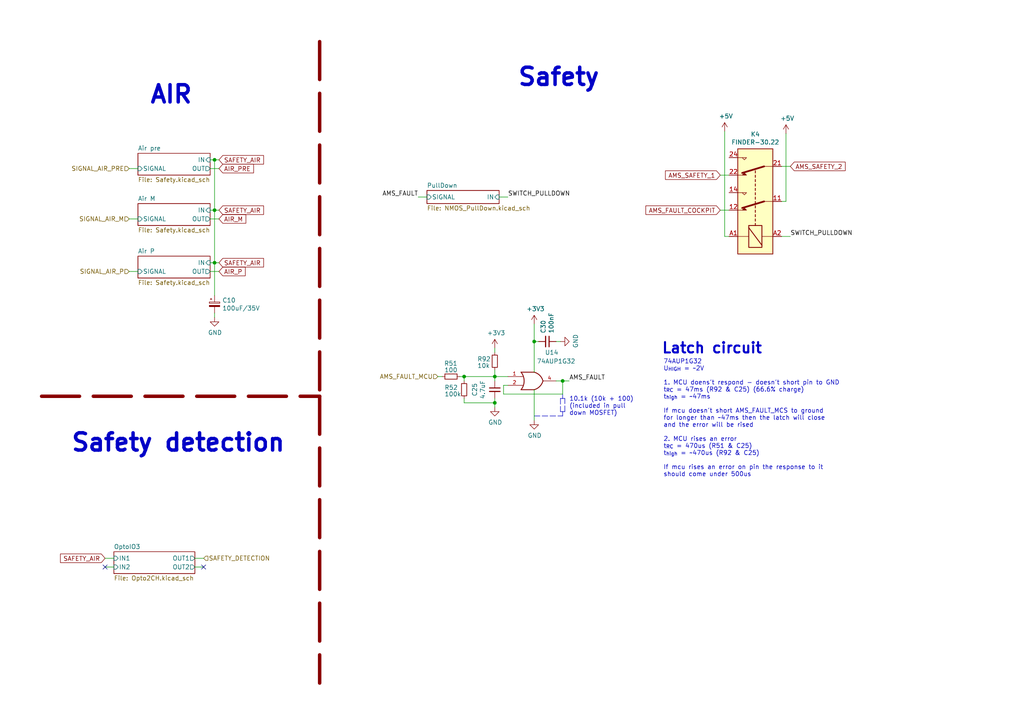
<source format=kicad_sch>
(kicad_sch (version 20211123) (generator eeschema)

  (uuid ac37d2f9-5b24-4dfa-8733-95dcd0025fee)

  (paper "A4")

  (lib_symbols
    (symbol "74xGxx:74AUP1G32" (pin_names (offset 1.016)) (in_bom yes) (on_board yes)
      (property "Reference" "U" (id 0) (at -2.54 3.81 0)
        (effects (font (size 1.27 1.27)))
      )
      (property "Value" "74AUP1G32" (id 1) (at 0 -3.81 0)
        (effects (font (size 1.27 1.27)))
      )
      (property "Footprint" "" (id 2) (at 0 0 0)
        (effects (font (size 1.27 1.27)) hide)
      )
      (property "Datasheet" "http://www.ti.com/lit/sg/scyt129e/scyt129e.pdf" (id 3) (at 0 0 0)
        (effects (font (size 1.27 1.27)) hide)
      )
      (property "ki_keywords" "Single Gate OR LVC CMOS" (id 4) (at 0 0 0)
        (effects (font (size 1.27 1.27)) hide)
      )
      (property "ki_description" "Single OR Gate, Low-Voltage CMOS" (id 5) (at 0 0 0)
        (effects (font (size 1.27 1.27)) hide)
      )
      (property "ki_fp_filters" "SOT* SG-*" (id 6) (at 0 0 0)
        (effects (font (size 1.27 1.27)) hide)
      )
      (symbol "74AUP1G32_0_1"
        (arc (start -3.81 -2.54) (mid -2.919 0) (end -3.81 2.54)
          (stroke (width 0.254) (type default) (color 0 0 0 0))
          (fill (type none))
        )
        (arc (start 0 -2.54) (mid 1.601 -1.601) (end 2.54 0)
          (stroke (width 0.254) (type default) (color 0 0 0 0))
          (fill (type none))
        )
        (polyline
          (pts
            (xy -3.81 -1.27)
            (xy -3.175 -1.27)
          )
          (stroke (width 0) (type default) (color 0 0 0 0))
          (fill (type none))
        )
        (polyline
          (pts
            (xy -3.81 1.27)
            (xy -3.175 1.27)
          )
          (stroke (width 0) (type default) (color 0 0 0 0))
          (fill (type none))
        )
        (polyline
          (pts
            (xy 0 -2.54)
            (xy -3.81 -2.54)
          )
          (stroke (width 0.254) (type default) (color 0 0 0 0))
          (fill (type background))
        )
        (polyline
          (pts
            (xy 0 2.54)
            (xy -3.81 2.54)
          )
          (stroke (width 0.254) (type default) (color 0 0 0 0))
          (fill (type background))
        )
        (arc (start 2.54 0) (mid 1.6136 1.6136) (end 0 2.54)
          (stroke (width 0.254) (type default) (color 0 0 0 0))
          (fill (type none))
        )
      )
      (symbol "74AUP1G32_1_1"
        (pin input line (at -7.62 1.27 0) (length 3.81)
          (name "~" (effects (font (size 1.016 1.016))))
          (number "1" (effects (font (size 1.016 1.016))))
        )
        (pin input line (at -7.62 -1.27 0) (length 3.81)
          (name "~" (effects (font (size 1.016 1.016))))
          (number "2" (effects (font (size 1.016 1.016))))
        )
        (pin power_in line (at 0 -2.54 270) (length 0) hide
          (name "GND" (effects (font (size 1.016 1.016))))
          (number "3" (effects (font (size 1.016 1.016))))
        )
        (pin output line (at 6.35 0 180) (length 3.81)
          (name "~" (effects (font (size 1.016 1.016))))
          (number "4" (effects (font (size 1.016 1.016))))
        )
        (pin power_in line (at 0 2.54 90) (length 0) hide
          (name "VCC" (effects (font (size 1.016 1.016))))
          (number "5" (effects (font (size 1.016 1.016))))
        )
      )
    )
    (symbol "Device:CP_Small" (pin_numbers hide) (pin_names (offset 0.254) hide) (in_bom yes) (on_board yes)
      (property "Reference" "C" (id 0) (at 0.254 1.778 0)
        (effects (font (size 1.27 1.27)) (justify left))
      )
      (property "Value" "Device_CP_Small" (id 1) (at 0.254 -2.032 0)
        (effects (font (size 1.27 1.27)) (justify left))
      )
      (property "Footprint" "" (id 2) (at 0 0 0)
        (effects (font (size 1.27 1.27)) hide)
      )
      (property "Datasheet" "" (id 3) (at 0 0 0)
        (effects (font (size 1.27 1.27)) hide)
      )
      (property "ki_fp_filters" "CP_*" (id 4) (at 0 0 0)
        (effects (font (size 1.27 1.27)) hide)
      )
      (symbol "CP_Small_0_1"
        (rectangle (start -1.524 -0.3048) (end 1.524 -0.6858)
          (stroke (width 0) (type default) (color 0 0 0 0))
          (fill (type outline))
        )
        (rectangle (start -1.524 0.6858) (end 1.524 0.3048)
          (stroke (width 0) (type default) (color 0 0 0 0))
          (fill (type none))
        )
        (polyline
          (pts
            (xy -1.27 1.524)
            (xy -0.762 1.524)
          )
          (stroke (width 0) (type default) (color 0 0 0 0))
          (fill (type none))
        )
        (polyline
          (pts
            (xy -1.016 1.27)
            (xy -1.016 1.778)
          )
          (stroke (width 0) (type default) (color 0 0 0 0))
          (fill (type none))
        )
      )
      (symbol "CP_Small_1_1"
        (pin passive line (at 0 2.54 270) (length 1.8542)
          (name "~" (effects (font (size 1.27 1.27))))
          (number "1" (effects (font (size 1.27 1.27))))
        )
        (pin passive line (at 0 -2.54 90) (length 1.8542)
          (name "~" (effects (font (size 1.27 1.27))))
          (number "2" (effects (font (size 1.27 1.27))))
        )
      )
    )
    (symbol "Device:C_Small" (pin_numbers hide) (pin_names (offset 0.254) hide) (in_bom yes) (on_board yes)
      (property "Reference" "C" (id 0) (at 0.254 1.778 0)
        (effects (font (size 1.27 1.27)) (justify left))
      )
      (property "Value" "C_Small" (id 1) (at 0.254 -2.032 0)
        (effects (font (size 1.27 1.27)) (justify left))
      )
      (property "Footprint" "" (id 2) (at 0 0 0)
        (effects (font (size 1.27 1.27)) hide)
      )
      (property "Datasheet" "~" (id 3) (at 0 0 0)
        (effects (font (size 1.27 1.27)) hide)
      )
      (property "ki_keywords" "capacitor cap" (id 4) (at 0 0 0)
        (effects (font (size 1.27 1.27)) hide)
      )
      (property "ki_description" "Unpolarized capacitor, small symbol" (id 5) (at 0 0 0)
        (effects (font (size 1.27 1.27)) hide)
      )
      (property "ki_fp_filters" "C_*" (id 6) (at 0 0 0)
        (effects (font (size 1.27 1.27)) hide)
      )
      (symbol "C_Small_0_1"
        (polyline
          (pts
            (xy -1.524 -0.508)
            (xy 1.524 -0.508)
          )
          (stroke (width 0.3302) (type default) (color 0 0 0 0))
          (fill (type none))
        )
        (polyline
          (pts
            (xy -1.524 0.508)
            (xy 1.524 0.508)
          )
          (stroke (width 0.3048) (type default) (color 0 0 0 0))
          (fill (type none))
        )
      )
      (symbol "C_Small_1_1"
        (pin passive line (at 0 2.54 270) (length 2.032)
          (name "~" (effects (font (size 1.27 1.27))))
          (number "1" (effects (font (size 1.27 1.27))))
        )
        (pin passive line (at 0 -2.54 90) (length 2.032)
          (name "~" (effects (font (size 1.27 1.27))))
          (number "2" (effects (font (size 1.27 1.27))))
        )
      )
    )
    (symbol "Device:R_Small" (pin_numbers hide) (pin_names (offset 0.254) hide) (in_bom yes) (on_board yes)
      (property "Reference" "R" (id 0) (at 0.762 0.508 0)
        (effects (font (size 1.27 1.27)) (justify left))
      )
      (property "Value" "R_Small" (id 1) (at 0.762 -1.016 0)
        (effects (font (size 1.27 1.27)) (justify left))
      )
      (property "Footprint" "" (id 2) (at 0 0 0)
        (effects (font (size 1.27 1.27)) hide)
      )
      (property "Datasheet" "~" (id 3) (at 0 0 0)
        (effects (font (size 1.27 1.27)) hide)
      )
      (property "ki_keywords" "R resistor" (id 4) (at 0 0 0)
        (effects (font (size 1.27 1.27)) hide)
      )
      (property "ki_description" "Resistor, small symbol" (id 5) (at 0 0 0)
        (effects (font (size 1.27 1.27)) hide)
      )
      (property "ki_fp_filters" "R_*" (id 6) (at 0 0 0)
        (effects (font (size 1.27 1.27)) hide)
      )
      (symbol "R_Small_0_1"
        (rectangle (start -0.762 1.778) (end 0.762 -1.778)
          (stroke (width 0.2032) (type default) (color 0 0 0 0))
          (fill (type none))
        )
      )
      (symbol "R_Small_1_1"
        (pin passive line (at 0 2.54 270) (length 0.762)
          (name "~" (effects (font (size 1.27 1.27))))
          (number "1" (effects (font (size 1.27 1.27))))
        )
        (pin passive line (at 0 -2.54 90) (length 0.762)
          (name "~" (effects (font (size 1.27 1.27))))
          (number "2" (effects (font (size 1.27 1.27))))
        )
      )
    )
    (symbol "Relay:FINDER-30.22" (in_bom yes) (on_board yes)
      (property "Reference" "K" (id 0) (at 16.51 3.81 0)
        (effects (font (size 1.27 1.27)) (justify left))
      )
      (property "Value" "FINDER-30.22" (id 1) (at 16.51 1.27 0)
        (effects (font (size 1.27 1.27)) (justify left))
      )
      (property "Footprint" "Relay_THT:Relay_DPDT_Finder_30.22" (id 2) (at 34.29 -0.762 0)
        (effects (font (size 1.27 1.27)) hide)
      )
      (property "Datasheet" "http://gfinder.findernet.com/assets/Series/354/S30EN.pdf" (id 3) (at 0 0 0)
        (effects (font (size 1.27 1.27)) hide)
      )
      (property "ki_keywords" "Dual Pole Relay" (id 4) (at 0 0 0)
        (effects (font (size 1.27 1.27)) hide)
      )
      (property "ki_description" "FINDER 30.52, Dual Pole Relay, Subminiature 5mm Pitch, 2A" (id 5) (at 0 0 0)
        (effects (font (size 1.27 1.27)) hide)
      )
      (property "ki_fp_filters" "Relay*DPDT*Finder*30.22*" (id 6) (at 0 0 0)
        (effects (font (size 1.27 1.27)) hide)
      )
      (symbol "FINDER-30.22_0_0"
        (polyline
          (pts
            (xy -2.54 5.08)
            (xy -2.54 2.54)
            (xy -1.905 3.175)
            (xy -2.54 3.81)
          )
          (stroke (width 0) (type default) (color 0 0 0 0))
          (fill (type outline))
        )
        (polyline
          (pts
            (xy 2.54 5.08)
            (xy 2.54 2.54)
            (xy 1.905 3.175)
            (xy 2.54 3.81)
          )
          (stroke (width 0) (type default) (color 0 0 0 0))
          (fill (type none))
        )
        (polyline
          (pts
            (xy 7.62 5.08)
            (xy 7.62 2.54)
            (xy 8.255 3.175)
            (xy 7.62 3.81)
          )
          (stroke (width 0) (type default) (color 0 0 0 0))
          (fill (type outline))
        )
        (polyline
          (pts
            (xy 12.7 5.08)
            (xy 12.7 2.54)
            (xy 12.065 3.175)
            (xy 12.7 3.81)
          )
          (stroke (width 0) (type default) (color 0 0 0 0))
          (fill (type none))
        )
      )
      (symbol "FINDER-30.22_0_1"
        (rectangle (start -15.24 5.08) (end 15.24 -5.08)
          (stroke (width 0.254) (type default) (color 0 0 0 0))
          (fill (type background))
        )
        (rectangle (start -13.335 1.905) (end -6.985 -1.905)
          (stroke (width 0.254) (type default) (color 0 0 0 0))
          (fill (type none))
        )
        (polyline
          (pts
            (xy -12.7 -1.905)
            (xy -7.62 1.905)
          )
          (stroke (width 0.254) (type default) (color 0 0 0 0))
          (fill (type none))
        )
        (polyline
          (pts
            (xy -10.16 -5.08)
            (xy -10.16 -1.905)
          )
          (stroke (width 0) (type default) (color 0 0 0 0))
          (fill (type none))
        )
        (polyline
          (pts
            (xy -10.16 5.08)
            (xy -10.16 1.905)
          )
          (stroke (width 0) (type default) (color 0 0 0 0))
          (fill (type none))
        )
        (polyline
          (pts
            (xy -6.985 0)
            (xy -6.35 0)
          )
          (stroke (width 0.254) (type default) (color 0 0 0 0))
          (fill (type none))
        )
        (polyline
          (pts
            (xy -5.715 0)
            (xy -5.08 0)
          )
          (stroke (width 0.254) (type default) (color 0 0 0 0))
          (fill (type none))
        )
        (polyline
          (pts
            (xy -4.445 0)
            (xy -3.81 0)
          )
          (stroke (width 0.254) (type default) (color 0 0 0 0))
          (fill (type none))
        )
        (polyline
          (pts
            (xy -3.175 0)
            (xy -2.54 0)
          )
          (stroke (width 0.254) (type default) (color 0 0 0 0))
          (fill (type none))
        )
        (polyline
          (pts
            (xy -1.905 0)
            (xy -1.27 0)
          )
          (stroke (width 0.254) (type default) (color 0 0 0 0))
          (fill (type none))
        )
        (polyline
          (pts
            (xy -0.635 0)
            (xy 0 0)
          )
          (stroke (width 0.254) (type default) (color 0 0 0 0))
          (fill (type none))
        )
        (polyline
          (pts
            (xy 0 -2.54)
            (xy -1.905 3.81)
          )
          (stroke (width 0.508) (type default) (color 0 0 0 0))
          (fill (type none))
        )
        (polyline
          (pts
            (xy 0 -2.54)
            (xy 0 -5.08)
          )
          (stroke (width 0) (type default) (color 0 0 0 0))
          (fill (type none))
        )
        (polyline
          (pts
            (xy 0.635 0)
            (xy 1.27 0)
          )
          (stroke (width 0.254) (type default) (color 0 0 0 0))
          (fill (type none))
        )
        (polyline
          (pts
            (xy 1.905 0)
            (xy 2.54 0)
          )
          (stroke (width 0.254) (type default) (color 0 0 0 0))
          (fill (type none))
        )
        (polyline
          (pts
            (xy 3.175 0)
            (xy 3.81 0)
          )
          (stroke (width 0.254) (type default) (color 0 0 0 0))
          (fill (type none))
        )
        (polyline
          (pts
            (xy 4.445 0)
            (xy 5.08 0)
          )
          (stroke (width 0.254) (type default) (color 0 0 0 0))
          (fill (type none))
        )
        (polyline
          (pts
            (xy 5.715 0)
            (xy 6.35 0)
          )
          (stroke (width 0.254) (type default) (color 0 0 0 0))
          (fill (type none))
        )
        (polyline
          (pts
            (xy 6.985 0)
            (xy 7.62 0)
          )
          (stroke (width 0.254) (type default) (color 0 0 0 0))
          (fill (type none))
        )
        (polyline
          (pts
            (xy 8.255 0)
            (xy 8.89 0)
          )
          (stroke (width 0.254) (type default) (color 0 0 0 0))
          (fill (type none))
        )
        (polyline
          (pts
            (xy 10.16 -2.54)
            (xy 8.255 3.81)
          )
          (stroke (width 0.508) (type default) (color 0 0 0 0))
          (fill (type none))
        )
        (polyline
          (pts
            (xy 10.16 -2.54)
            (xy 10.16 -5.08)
          )
          (stroke (width 0) (type default) (color 0 0 0 0))
          (fill (type none))
        )
      )
      (symbol "FINDER-30.22_1_1"
        (pin passive line (at 0 -7.62 90) (length 2.54)
          (name "~" (effects (font (size 1.27 1.27))))
          (number "11" (effects (font (size 1.27 1.27))))
        )
        (pin passive line (at -2.54 7.62 270) (length 2.54)
          (name "~" (effects (font (size 1.27 1.27))))
          (number "12" (effects (font (size 1.27 1.27))))
        )
        (pin passive line (at 2.54 7.62 270) (length 2.54)
          (name "~" (effects (font (size 1.27 1.27))))
          (number "14" (effects (font (size 1.27 1.27))))
        )
        (pin passive line (at 10.16 -7.62 90) (length 2.54)
          (name "~" (effects (font (size 1.27 1.27))))
          (number "21" (effects (font (size 1.27 1.27))))
        )
        (pin passive line (at 7.62 7.62 270) (length 2.54)
          (name "~" (effects (font (size 1.27 1.27))))
          (number "22" (effects (font (size 1.27 1.27))))
        )
        (pin passive line (at 12.7 7.62 270) (length 2.54)
          (name "~" (effects (font (size 1.27 1.27))))
          (number "24" (effects (font (size 1.27 1.27))))
        )
        (pin passive line (at -10.16 7.62 270) (length 2.54)
          (name "~" (effects (font (size 1.27 1.27))))
          (number "A1" (effects (font (size 1.27 1.27))))
        )
        (pin passive line (at -10.16 -7.62 90) (length 2.54)
          (name "~" (effects (font (size 1.27 1.27))))
          (number "A2" (effects (font (size 1.27 1.27))))
        )
      )
    )
    (symbol "power:+3.3V" (power) (pin_names (offset 0)) (in_bom yes) (on_board yes)
      (property "Reference" "#PWR" (id 0) (at 0 -3.81 0)
        (effects (font (size 1.27 1.27)) hide)
      )
      (property "Value" "+3.3V" (id 1) (at 0 3.556 0)
        (effects (font (size 1.27 1.27)))
      )
      (property "Footprint" "" (id 2) (at 0 0 0)
        (effects (font (size 1.27 1.27)) hide)
      )
      (property "Datasheet" "" (id 3) (at 0 0 0)
        (effects (font (size 1.27 1.27)) hide)
      )
      (property "ki_keywords" "power-flag" (id 4) (at 0 0 0)
        (effects (font (size 1.27 1.27)) hide)
      )
      (property "ki_description" "Power symbol creates a global label with name \"+3.3V\"" (id 5) (at 0 0 0)
        (effects (font (size 1.27 1.27)) hide)
      )
      (symbol "+3.3V_0_1"
        (polyline
          (pts
            (xy -0.762 1.27)
            (xy 0 2.54)
          )
          (stroke (width 0) (type default) (color 0 0 0 0))
          (fill (type none))
        )
        (polyline
          (pts
            (xy 0 0)
            (xy 0 2.54)
          )
          (stroke (width 0) (type default) (color 0 0 0 0))
          (fill (type none))
        )
        (polyline
          (pts
            (xy 0 2.54)
            (xy 0.762 1.27)
          )
          (stroke (width 0) (type default) (color 0 0 0 0))
          (fill (type none))
        )
      )
      (symbol "+3.3V_1_1"
        (pin power_in line (at 0 0 90) (length 0) hide
          (name "+3V3" (effects (font (size 1.27 1.27))))
          (number "1" (effects (font (size 1.27 1.27))))
        )
      )
    )
    (symbol "power:+5V" (power) (pin_names (offset 0)) (in_bom yes) (on_board yes)
      (property "Reference" "#PWR" (id 0) (at 0 -3.81 0)
        (effects (font (size 1.27 1.27)) hide)
      )
      (property "Value" "+5V" (id 1) (at 0 3.556 0)
        (effects (font (size 1.27 1.27)))
      )
      (property "Footprint" "" (id 2) (at 0 0 0)
        (effects (font (size 1.27 1.27)) hide)
      )
      (property "Datasheet" "" (id 3) (at 0 0 0)
        (effects (font (size 1.27 1.27)) hide)
      )
      (property "ki_keywords" "power-flag" (id 4) (at 0 0 0)
        (effects (font (size 1.27 1.27)) hide)
      )
      (property "ki_description" "Power symbol creates a global label with name \"+5V\"" (id 5) (at 0 0 0)
        (effects (font (size 1.27 1.27)) hide)
      )
      (symbol "+5V_0_1"
        (polyline
          (pts
            (xy -0.762 1.27)
            (xy 0 2.54)
          )
          (stroke (width 0) (type default) (color 0 0 0 0))
          (fill (type none))
        )
        (polyline
          (pts
            (xy 0 0)
            (xy 0 2.54)
          )
          (stroke (width 0) (type default) (color 0 0 0 0))
          (fill (type none))
        )
        (polyline
          (pts
            (xy 0 2.54)
            (xy 0.762 1.27)
          )
          (stroke (width 0) (type default) (color 0 0 0 0))
          (fill (type none))
        )
      )
      (symbol "+5V_1_1"
        (pin power_in line (at 0 0 90) (length 0) hide
          (name "+5V" (effects (font (size 1.27 1.27))))
          (number "1" (effects (font (size 1.27 1.27))))
        )
      )
    )
    (symbol "power:GND" (power) (pin_names (offset 0)) (in_bom yes) (on_board yes)
      (property "Reference" "#PWR" (id 0) (at 0 -6.35 0)
        (effects (font (size 1.27 1.27)) hide)
      )
      (property "Value" "GND" (id 1) (at 0 -3.81 0)
        (effects (font (size 1.27 1.27)))
      )
      (property "Footprint" "" (id 2) (at 0 0 0)
        (effects (font (size 1.27 1.27)) hide)
      )
      (property "Datasheet" "" (id 3) (at 0 0 0)
        (effects (font (size 1.27 1.27)) hide)
      )
      (property "ki_keywords" "power-flag" (id 4) (at 0 0 0)
        (effects (font (size 1.27 1.27)) hide)
      )
      (property "ki_description" "Power symbol creates a global label with name \"GND\" , ground" (id 5) (at 0 0 0)
        (effects (font (size 1.27 1.27)) hide)
      )
      (symbol "GND_0_1"
        (polyline
          (pts
            (xy 0 0)
            (xy 0 -1.27)
            (xy 1.27 -1.27)
            (xy 0 -2.54)
            (xy -1.27 -1.27)
            (xy 0 -1.27)
          )
          (stroke (width 0) (type default) (color 0 0 0 0))
          (fill (type none))
        )
      )
      (symbol "GND_1_1"
        (pin power_in line (at 0 0 270) (length 0) hide
          (name "GND" (effects (font (size 1.27 1.27))))
          (number "1" (effects (font (size 1.27 1.27))))
        )
      )
    )
  )

  (junction (at 154.94 99.06) (diameter 0) (color 0 0 0 0)
    (uuid 10386a72-2b4c-4648-9e79-547f1bb20528)
  )
  (junction (at 163.195 110.49) (diameter 0) (color 0 0 0 0)
    (uuid 51bed4f5-0ecb-4f68-820e-c81edfe94644)
  )
  (junction (at 62.23 60.96) (diameter 0) (color 0 0 0 0)
    (uuid 5e1e6ec9-b86d-4ea4-976b-28c29b48e83e)
  )
  (junction (at 62.23 76.2) (diameter 0) (color 0 0 0 0)
    (uuid 7b74ddf2-9aa8-4bb6-b96a-9474a317158f)
  )
  (junction (at 134.62 109.22) (diameter 0) (color 0 0 0 0)
    (uuid 93e09956-b0be-4b59-a921-06955c164136)
  )
  (junction (at 62.23 46.355) (diameter 0) (color 0 0 0 0)
    (uuid ba0b7a2a-c3fc-4df1-84ad-211e949f7384)
  )
  (junction (at 143.51 116.84) (diameter 0) (color 0 0 0 0)
    (uuid e37375d0-2a68-41a8-b379-20d2a14a59b4)
  )
  (junction (at 143.51 109.22) (diameter 0) (color 0 0 0 0)
    (uuid e3ae8926-edc4-405e-abbb-fe8f07ca6d8b)
  )

  (no_connect (at 59.055 164.465) (uuid 94585ba5-8dc9-4784-8576-d8ccf6fead7b))
  (no_connect (at 30.48 164.465) (uuid 94585ba5-8dc9-4784-8576-d8ccf6fead7c))

  (wire (pts (xy 154.94 99.06) (xy 154.94 93.98))
    (stroke (width 0) (type default) (color 0 0 0 0))
    (uuid 018e4968-bad9-4dc8-af99-b1a711f8768c)
  )
  (wire (pts (xy 210.185 38.1) (xy 210.185 68.58))
    (stroke (width 0) (type default) (color 0 0 0 0))
    (uuid 072e91c4-9513-468d-b44e-be4b9e8236e1)
  )
  (wire (pts (xy 143.51 109.22) (xy 143.51 110.49))
    (stroke (width 0) (type default) (color 0 0 0 0))
    (uuid 094e2e99-0795-4295-b578-e64fc9cac671)
  )
  (wire (pts (xy 37.465 48.895) (xy 40.005 48.895))
    (stroke (width 0) (type default) (color 0 0 0 0))
    (uuid 09d6d92c-a7e0-407d-ad2d-b2997ba70167)
  )
  (polyline (pts (xy 163.195 115.57) (xy 162.56 115.57))
    (stroke (width 0) (type default) (color 0 0 0 0))
    (uuid 0e587d9d-74a1-4430-a2cc-a0a564164e04)
  )

  (wire (pts (xy 62.23 46.355) (xy 63.5 46.355))
    (stroke (width 0) (type default) (color 0 0 0 0))
    (uuid 12c53e70-2e2e-4bd8-8b98-5bb1ee8292ef)
  )
  (polyline (pts (xy 163.83 115.57) (xy 163.195 115.57))
    (stroke (width 0) (type default) (color 0 0 0 0))
    (uuid 1ac9d7ae-8f57-4620-8568-4635e4cff15d)
  )

  (wire (pts (xy 62.23 76.2) (xy 62.23 85.725))
    (stroke (width 0) (type default) (color 0 0 0 0))
    (uuid 2388ba7c-3781-4096-9533-ba3bce3398e2)
  )
  (wire (pts (xy 154.94 99.06) (xy 154.94 107.95))
    (stroke (width 0) (type default) (color 0 0 0 0))
    (uuid 23a2b8cc-7282-405c-b8ee-1139463980e6)
  )
  (wire (pts (xy 56.515 161.925) (xy 59.055 161.925))
    (stroke (width 0) (type default) (color 0 0 0 0))
    (uuid 2509b2f7-63f5-400b-973b-6e7214c4f000)
  )
  (wire (pts (xy 62.23 60.96) (xy 63.5 60.96))
    (stroke (width 0) (type default) (color 0 0 0 0))
    (uuid 2862b380-d4b0-4f3c-881f-e7629f29bdaf)
  )
  (wire (pts (xy 143.51 107.315) (xy 143.51 109.22))
    (stroke (width 0) (type default) (color 0 0 0 0))
    (uuid 2d5e021b-4dfc-475c-8291-438a76869158)
  )
  (wire (pts (xy 60.96 46.355) (xy 62.23 46.355))
    (stroke (width 0) (type default) (color 0 0 0 0))
    (uuid 304eb29d-7533-49a4-8e26-547a86b25acf)
  )
  (polyline (pts (xy 163.195 119.38) (xy 163.83 119.38))
    (stroke (width 0) (type default) (color 0 0 0 0))
    (uuid 3dc5e04e-6ea6-49d2-966e-a9f815a60ebb)
  )

  (wire (pts (xy 62.23 90.805) (xy 62.23 92.075))
    (stroke (width 0) (type default) (color 0 0 0 0))
    (uuid 3f33edad-32c6-4af2-932d-d12e2685b443)
  )
  (wire (pts (xy 56.515 164.465) (xy 59.055 164.465))
    (stroke (width 0) (type default) (color 0 0 0 0))
    (uuid 47fa7f9d-0b9c-4f9c-a0ad-afe238c62a97)
  )
  (wire (pts (xy 134.62 116.84) (xy 143.51 116.84))
    (stroke (width 0) (type default) (color 0 0 0 0))
    (uuid 4840223d-eaf5-4485-b707-d92941b20821)
  )
  (wire (pts (xy 144.78 57.15) (xy 147.32 57.15))
    (stroke (width 0) (type default) (color 0 0 0 0))
    (uuid 503d0215-fc32-4bbc-acc2-f39596c42ac8)
  )
  (wire (pts (xy 134.62 109.22) (xy 143.51 109.22))
    (stroke (width 0) (type default) (color 0 0 0 0))
    (uuid 50a6cc2c-3b7b-4408-aa34-cda4591685bc)
  )
  (wire (pts (xy 211.455 68.58) (xy 210.185 68.58))
    (stroke (width 0) (type default) (color 0 0 0 0))
    (uuid 526bf268-9b43-4caa-8de1-b07a103585e2)
  )
  (wire (pts (xy 134.62 115.57) (xy 134.62 116.84))
    (stroke (width 0) (type default) (color 0 0 0 0))
    (uuid 53dfeb8e-3d13-44d7-898a-0238718af45f)
  )
  (wire (pts (xy 226.695 58.42) (xy 227.965 58.42))
    (stroke (width 0) (type default) (color 0 0 0 0))
    (uuid 5995e54c-d73d-4382-950a-7da9abd66cf6)
  )
  (polyline (pts (xy 92.71 114.935) (xy 92.71 198.12))
    (stroke (width 1) (type default) (color 132 0 0 1))
    (uuid 5cbd4a23-f7fe-4468-af23-796c225f2cff)
  )

  (wire (pts (xy 154.94 113.03) (xy 154.94 121.92))
    (stroke (width 0) (type default) (color 0 0 0 0))
    (uuid 5d33a27d-aa10-48aa-b541-0a0d2f520b4e)
  )
  (wire (pts (xy 62.23 60.96) (xy 62.23 76.2))
    (stroke (width 0) (type default) (color 0 0 0 0))
    (uuid 6098e244-522d-4049-97d8-7be3525a950e)
  )
  (wire (pts (xy 227.965 38.735) (xy 227.965 58.42))
    (stroke (width 0) (type default) (color 0 0 0 0))
    (uuid 657d647e-be46-46c7-97cd-179fb3e78eaa)
  )
  (wire (pts (xy 226.695 68.58) (xy 229.235 68.58))
    (stroke (width 0) (type default) (color 0 0 0 0))
    (uuid 6a3ae270-fced-435b-a682-e9d7847b7dbb)
  )
  (polyline (pts (xy 163.83 119.38) (xy 163.83 115.57))
    (stroke (width 0) (type default) (color 0 0 0 0))
    (uuid 6b945dd9-8f00-4cc1-b044-bc32cd0dbb65)
  )

  (wire (pts (xy 30.48 161.925) (xy 33.02 161.925))
    (stroke (width 0) (type default) (color 0 0 0 0))
    (uuid 6ff7bb58-f18d-49da-adb3-b4ddf14a014e)
  )
  (wire (pts (xy 154.94 99.06) (xy 156.21 99.06))
    (stroke (width 0) (type default) (color 0 0 0 0))
    (uuid 73538ec2-54aa-4650-8045-da7bafc22c91)
  )
  (polyline (pts (xy 162.56 115.57) (xy 162.56 119.38))
    (stroke (width 0) (type default) (color 0 0 0 0))
    (uuid 73ccfcb3-7584-4c29-89c1-cac9c9d27c0c)
  )

  (wire (pts (xy 143.51 109.22) (xy 147.32 109.22))
    (stroke (width 0) (type default) (color 0 0 0 0))
    (uuid 7507fb6b-9ca7-4701-b58a-5a0889f89eca)
  )
  (wire (pts (xy 37.465 78.74) (xy 40.005 78.74))
    (stroke (width 0) (type default) (color 0 0 0 0))
    (uuid 7b85c973-ec50-4756-831e-f81761b8e7fa)
  )
  (wire (pts (xy 229.235 48.26) (xy 226.695 48.26))
    (stroke (width 0) (type default) (color 0 0 0 0))
    (uuid 7c6f4b60-b430-4703-b83c-0eb5c1b924b7)
  )
  (wire (pts (xy 146.05 114.3) (xy 163.195 114.3))
    (stroke (width 0) (type default) (color 0 0 0 0))
    (uuid 8730d067-7ec3-43c9-8d70-6ffec3f0ba92)
  )
  (wire (pts (xy 60.96 78.74) (xy 63.5 78.74))
    (stroke (width 0) (type default) (color 0 0 0 0))
    (uuid 88e904f1-6c2d-4807-8746-ef124e512b20)
  )
  (wire (pts (xy 60.96 60.96) (xy 62.23 60.96))
    (stroke (width 0) (type default) (color 0 0 0 0))
    (uuid 8b23d57f-6da8-48b6-860b-81d0be1f5054)
  )
  (wire (pts (xy 133.35 109.22) (xy 134.62 109.22))
    (stroke (width 0) (type default) (color 0 0 0 0))
    (uuid 8bb4eafc-67f2-4866-be56-2ff2d0148b1e)
  )
  (wire (pts (xy 161.29 110.49) (xy 163.195 110.49))
    (stroke (width 0) (type default) (color 0 0 0 0))
    (uuid 8ceeb250-c751-435b-a69d-10a4e092eaf9)
  )
  (wire (pts (xy 30.48 164.465) (xy 33.02 164.465))
    (stroke (width 0) (type default) (color 0 0 0 0))
    (uuid 8dcccf41-721a-49c5-b7c6-e5f363ce4c21)
  )
  (wire (pts (xy 143.51 100.965) (xy 143.51 102.235))
    (stroke (width 0) (type default) (color 0 0 0 0))
    (uuid 9a3c09dd-eebb-4d66-bbbd-38f1124b1d07)
  )
  (wire (pts (xy 134.62 109.22) (xy 134.62 110.49))
    (stroke (width 0) (type default) (color 0 0 0 0))
    (uuid 9b84abdf-eae3-498f-9c6c-e159e6b1f99b)
  )
  (wire (pts (xy 146.05 111.76) (xy 146.05 114.3))
    (stroke (width 0) (type default) (color 0 0 0 0))
    (uuid 9c552e29-ce07-4a1c-8c26-3fa35b8ac90a)
  )
  (polyline (pts (xy 163.195 119.38) (xy 163.195 120.65))
    (stroke (width 0) (type default) (color 0 0 0 0))
    (uuid 9ca6ba2b-6ec3-480d-97e2-beaa5793df77)
  )

  (wire (pts (xy 163.195 110.49) (xy 165.1 110.49))
    (stroke (width 0) (type default) (color 0 0 0 0))
    (uuid 9d23bca9-07e5-4136-a3d5-fe8caa938485)
  )
  (wire (pts (xy 163.195 110.49) (xy 163.195 114.3))
    (stroke (width 0) (type default) (color 0 0 0 0))
    (uuid a159eb65-a0a4-4792-b897-fde05265a871)
  )
  (wire (pts (xy 143.51 115.57) (xy 143.51 116.84))
    (stroke (width 0) (type default) (color 0 0 0 0))
    (uuid aa38da7b-b84d-4346-a88e-9219274de8d4)
  )
  (polyline (pts (xy 162.56 119.38) (xy 163.195 119.38))
    (stroke (width 0) (type default) (color 0 0 0 0))
    (uuid ac7abd3d-e50f-4ca9-b9e2-75c876ccb5ba)
  )

  (wire (pts (xy 60.96 63.5) (xy 63.5 63.5))
    (stroke (width 0) (type default) (color 0 0 0 0))
    (uuid b37fee7a-3c63-490d-b9bc-477d0c399550)
  )
  (wire (pts (xy 62.23 46.355) (xy 62.23 60.96))
    (stroke (width 0) (type default) (color 0 0 0 0))
    (uuid b84eba0d-1adc-4485-8430-04061188bb3f)
  )
  (polyline (pts (xy 92.71 12.065) (xy 92.71 114.935))
    (stroke (width 1) (type default) (color 132 0 0 1))
    (uuid bab07898-da63-463a-ab56-b81caf6fb767)
  )

  (wire (pts (xy 161.29 99.06) (xy 162.56 99.06))
    (stroke (width 0) (type default) (color 0 0 0 0))
    (uuid bd822d37-fca1-4e81-affe-ca8242d0f317)
  )
  (wire (pts (xy 62.23 76.2) (xy 63.5 76.2))
    (stroke (width 0) (type default) (color 0 0 0 0))
    (uuid c910051f-2469-4a24-9543-8af20a03e34d)
  )
  (wire (pts (xy 60.96 48.895) (xy 63.5 48.895))
    (stroke (width 0) (type default) (color 0 0 0 0))
    (uuid c9ddd0e2-f6fc-4981-812d-dcc4f12522af)
  )
  (polyline (pts (xy 154.94 120.65) (xy 163.195 120.65))
    (stroke (width 0) (type default) (color 0 0 0 0))
    (uuid ca274cfd-9d92-43f6-a243-a2688cc3cb78)
  )

  (wire (pts (xy 143.51 116.84) (xy 143.51 118.11))
    (stroke (width 0) (type default) (color 0 0 0 0))
    (uuid cc102fb9-a7af-4428-a0bd-b92c0907bd7a)
  )
  (polyline (pts (xy 12.065 114.935) (xy 92.71 114.935))
    (stroke (width 1) (type default) (color 132 0 0 1))
    (uuid cd630a11-7b50-411e-9807-915ccdc2b821)
  )

  (wire (pts (xy 208.915 50.8) (xy 211.455 50.8))
    (stroke (width 0) (type default) (color 0 0 0 0))
    (uuid cf7df969-a91f-4090-9412-39e1501d5003)
  )
  (polyline (pts (xy 163.195 114.3) (xy 163.195 115.57))
    (stroke (width 0) (type default) (color 0 0 0 0))
    (uuid d0d4e61f-c554-43d7-b6ef-72e55431083d)
  )

  (wire (pts (xy 123.825 57.15) (xy 121.285 57.15))
    (stroke (width 0) (type default) (color 0 0 0 0))
    (uuid d70cd7ce-7aef-4e42-8df9-ccafaadd5110)
  )
  (wire (pts (xy 146.05 111.76) (xy 147.32 111.76))
    (stroke (width 0) (type default) (color 0 0 0 0))
    (uuid dd8e4bac-42d8-4649-a41b-5f7ba8f10005)
  )
  (wire (pts (xy 127 109.22) (xy 128.27 109.22))
    (stroke (width 0) (type default) (color 0 0 0 0))
    (uuid df4f2c2b-a2a7-4d99-9b49-6a482df1629e)
  )
  (wire (pts (xy 208.915 60.96) (xy 211.455 60.96))
    (stroke (width 0) (type default) (color 0 0 0 0))
    (uuid e6244c40-ff95-4bb0-ae0b-63aa5b1281bd)
  )
  (wire (pts (xy 60.96 76.2) (xy 62.23 76.2))
    (stroke (width 0) (type default) (color 0 0 0 0))
    (uuid e7884e3d-e14d-41e5-afa0-208a0cb73771)
  )
  (wire (pts (xy 37.465 63.5) (xy 40.005 63.5))
    (stroke (width 0) (type default) (color 0 0 0 0))
    (uuid e93d4cc0-bca3-4ee8-957c-0587bf9c50c7)
  )

  (text "AIR" (at 43.18 30.48 0)
    (effects (font (size 5 5) (thickness 1) bold) (justify left bottom))
    (uuid 08da7b8e-c89a-4d2c-9c68-402f90185043)
  )
  (text "74AUP1G32\nU_{HIGH} = ~2V\n\n1. MCU doens't respond - doesn't short pin to GND\nt_{RC} = 47ms (R92 & C25) (66.6% charge)\nt_{high} = ~47ms\n\nIf mcu doesn't short AMS_FAULT_MCS to ground\nfor longer than ~47ms then the latch will close \nand the error will be rised\n\n2. MCU rises an error\nt_{RC} = 470us (R51 & C25)\nt_{high} = ~470us (R92 & C25)\n\nIf mcu rises an error on pin the response to it\nshould come under 500us"
    (at 192.405 138.43 0)
    (effects (font (size 1.27 1.27)) (justify left bottom))
    (uuid 0ad08118-9899-463a-b697-72649ee59560)
  )
  (text "Latch circuit" (at 191.77 102.87 0)
    (effects (font (size 3 3) (thickness 0.6) bold) (justify left bottom))
    (uuid 33824d26-ff5e-4f38-8823-271765645ebb)
  )
  (text "Safety detection" (at 20.32 131.445 0)
    (effects (font (size 5 5) (thickness 1) bold) (justify left bottom))
    (uuid 43f4cdd6-f721-44b7-b7c7-130d52128ac1)
  )
  (text "10.1k (10k + 100)\n(included in pull \ndown MOSFET)" (at 165.1 120.65 0)
    (effects (font (size 1.27 1.27)) (justify left bottom))
    (uuid e92c1495-9067-48d7-9088-42221a35d87a)
  )
  (text "Safety" (at 149.86 25.4 0)
    (effects (font (size 5 5) (thickness 1) bold) (justify left bottom))
    (uuid f49b0ed6-d24f-4ec8-bbd4-e55680954e46)
  )

  (label "SWITCH_PULLDOWN" (at 229.235 68.58 0)
    (effects (font (size 1.27 1.27)) (justify left bottom))
    (uuid 1391efed-13e3-413c-85ca-4d6d8d510e9c)
  )
  (label "AMS_FAULT" (at 165.1 110.49 0)
    (effects (font (size 1.27 1.27)) (justify left bottom))
    (uuid 7b7a62dc-c9c4-46ba-8481-a08e1ec5cdc5)
  )
  (label "AMS_FAULT" (at 121.285 57.15 180)
    (effects (font (size 1.27 1.27)) (justify right bottom))
    (uuid b4cee0f3-d686-4c9e-8eed-0c2924bcf78d)
  )
  (label "SWITCH_PULLDOWN" (at 147.32 57.15 0)
    (effects (font (size 1.27 1.27)) (justify left bottom))
    (uuid cfe2fbf2-3cf5-452b-8330-e6286b721633)
  )

  (global_label "AIR_M" (shape input) (at 63.5 63.5 0) (fields_autoplaced)
    (effects (font (size 1.27 1.27)) (justify left))
    (uuid 03ab97f6-42e2-4baf-8fca-e2980b25168b)
    (property "Intersheet References" "${INTERSHEET_REFS}" (id 0) (at 71.2066 63.4206 0)
      (effects (font (size 1.27 1.27)) (justify left) hide)
    )
  )
  (global_label "SAFETY_AIR" (shape input) (at 63.5 60.96 0) (fields_autoplaced)
    (effects (font (size 1.27 1.27)) (justify left))
    (uuid 0db4e1c5-3484-4a59-bd47-cceaf6a6ff3c)
    (property "Intersheet References" "${INTERSHEET_REFS}" (id 0) (at 76.3471 60.8806 0)
      (effects (font (size 1.27 1.27)) (justify left) hide)
    )
  )
  (global_label "AMS_SAFETY_2" (shape input) (at 229.235 48.26 0) (fields_autoplaced)
    (effects (font (size 1.27 1.27)) (justify left))
    (uuid 2c4b4425-1129-4e65-a7ef-1e76ac4a35b7)
    (property "Intersheet References" "${INTERSHEET_REFS}" (id 0) (at 245.0454 48.1806 0)
      (effects (font (size 1.27 1.27)) (justify left) hide)
    )
  )
  (global_label "AIR_PRE" (shape input) (at 63.5 48.895 0) (fields_autoplaced)
    (effects (font (size 1.27 1.27)) (justify left))
    (uuid 3ef624c6-3289-4017-b880-2e221c2a2f3a)
    (property "Intersheet References" "${INTERSHEET_REFS}" (id 0) (at 73.4442 48.8156 0)
      (effects (font (size 1.27 1.27)) (justify left) hide)
    )
  )
  (global_label "AMS_FAULT_COCKPIT" (shape input) (at 208.915 60.96 180) (fields_autoplaced)
    (effects (font (size 1.27 1.27)) (justify right))
    (uuid 45b9420b-a012-4718-b33a-4b4beaa51bac)
    (property "Intersheet References" "${INTERSHEET_REFS}" (id 0) (at 187.4198 60.8806 0)
      (effects (font (size 1.27 1.27)) (justify right) hide)
    )
  )
  (global_label "AMS_SAFETY_1" (shape input) (at 208.915 50.8 180) (fields_autoplaced)
    (effects (font (size 1.27 1.27)) (justify right))
    (uuid 539bfcf6-0946-4ebd-9fd7-85685e7eaab3)
    (property "Intersheet References" "${INTERSHEET_REFS}" (id 0) (at 193.1046 50.7206 0)
      (effects (font (size 1.27 1.27)) (justify right) hide)
    )
  )
  (global_label "SAFETY_AIR" (shape input) (at 63.5 46.355 0) (fields_autoplaced)
    (effects (font (size 1.27 1.27)) (justify left))
    (uuid 68e7c97e-2b1d-4191-9369-884000227b1b)
    (property "Intersheet References" "${INTERSHEET_REFS}" (id 0) (at 76.3471 46.2756 0)
      (effects (font (size 1.27 1.27)) (justify left) hide)
    )
  )
  (global_label "SAFETY_AIR" (shape input) (at 30.48 161.925 180) (fields_autoplaced)
    (effects (font (size 1.27 1.27)) (justify right))
    (uuid 7a5731da-e4b3-44f0-9e15-f663e8832164)
    (property "Intersheet References" "${INTERSHEET_REFS}" (id 0) (at 17.6329 161.8456 0)
      (effects (font (size 1.27 1.27)) (justify right) hide)
    )
  )
  (global_label "SAFETY_AIR" (shape input) (at 63.5 76.2 0) (fields_autoplaced)
    (effects (font (size 1.27 1.27)) (justify left))
    (uuid c7872803-5b3e-4e37-94ac-c4dc2bc4adfb)
    (property "Intersheet References" "${INTERSHEET_REFS}" (id 0) (at 76.3471 76.1206 0)
      (effects (font (size 1.27 1.27)) (justify left) hide)
    )
  )
  (global_label "AIR_P" (shape input) (at 63.5 78.74 0) (fields_autoplaced)
    (effects (font (size 1.27 1.27)) (justify left))
    (uuid e96c9e55-9f4b-49cd-bf3c-0bdce44dda15)
    (property "Intersheet References" "${INTERSHEET_REFS}" (id 0) (at 71.0252 78.6606 0)
      (effects (font (size 1.27 1.27)) (justify left) hide)
    )
  )

  (hierarchical_label "SIGNAL_AIR_M" (shape input) (at 37.465 63.5 180)
    (effects (font (size 1.27 1.27)) (justify right))
    (uuid 09d827df-0e83-4892-b6f3-ae870afd0e47)
  )
  (hierarchical_label "SIGNAL_AIR_P" (shape input) (at 37.465 78.74 180)
    (effects (font (size 1.27 1.27)) (justify right))
    (uuid 23ef474f-63e1-49f3-8a90-5ee35ca340fd)
  )
  (hierarchical_label "AMS_FAULT_MCU" (shape input) (at 127 109.22 180)
    (effects (font (size 1.27 1.27)) (justify right))
    (uuid 6277ce9e-eee9-4da7-9f24-547ac637dd28)
  )
  (hierarchical_label "SIGNAL_AIR_PRE" (shape input) (at 37.465 48.895 180)
    (effects (font (size 1.27 1.27)) (justify right))
    (uuid b64edbd5-d3a0-4a67-871b-ebc8461cc61c)
  )
  (hierarchical_label "SAFETY_DETECTION" (shape input) (at 59.055 161.925 0)
    (effects (font (size 1.27 1.27)) (justify left))
    (uuid d798e57b-73c9-4967-843b-f6766646d107)
  )

  (symbol (lib_id "power:GND") (at 62.23 92.075 0) (unit 1)
    (in_bom yes) (on_board yes)
    (uuid 082bfc7e-12ba-47b8-86a2-236a96081434)
    (property "Reference" "#PWR024" (id 0) (at 62.23 98.425 0)
      (effects (font (size 1.27 1.27)) hide)
    )
    (property "Value" "GND" (id 1) (at 62.357 96.4692 0))
    (property "Footprint" "" (id 2) (at 62.23 92.075 0)
      (effects (font (size 1.27 1.27)) hide)
    )
    (property "Datasheet" "" (id 3) (at 62.23 92.075 0)
      (effects (font (size 1.27 1.27)) hide)
    )
    (pin "1" (uuid ed2bee4e-14c6-427f-b4d6-878fd1bc09c9))
  )

  (symbol (lib_id "power:+5V") (at 210.185 38.1 0) (unit 1)
    (in_bom yes) (on_board yes)
    (uuid 1ce94bf9-76e8-4173-ab05-e7bff33ee7f4)
    (property "Reference" "#PWR062" (id 0) (at 210.185 41.91 0)
      (effects (font (size 1.27 1.27)) hide)
    )
    (property "Value" "+5V" (id 1) (at 210.566 33.7058 0))
    (property "Footprint" "" (id 2) (at 210.185 38.1 0)
      (effects (font (size 1.27 1.27)) hide)
    )
    (property "Datasheet" "" (id 3) (at 210.185 38.1 0)
      (effects (font (size 1.27 1.27)) hide)
    )
    (pin "1" (uuid b5e5b6ee-2f82-4d45-8830-9c464ba69e3f))
  )

  (symbol (lib_id "Device:CP_Small") (at 62.23 88.265 0) (unit 1)
    (in_bom yes) (on_board yes)
    (uuid 24ca4ba1-0bdd-4324-b436-b1dd36ae75a7)
    (property "Reference" "C10" (id 0) (at 64.4652 87.0966 0)
      (effects (font (size 1.27 1.27)) (justify left))
    )
    (property "Value" "100uF/35V" (id 1) (at 64.4652 89.408 0)
      (effects (font (size 1.27 1.27)) (justify left))
    )
    (property "Footprint" "Capacitor_SMD:CP_Elec_8x10" (id 2) (at 62.23 88.265 0)
      (effects (font (size 1.27 1.27)) hide)
    )
    (property "Datasheet" "~" (id 3) (at 62.23 88.265 0)
      (effects (font (size 1.27 1.27)) hide)
    )
    (pin "1" (uuid 17286d6d-9b98-4780-88a7-a2d7c77b0807))
    (pin "2" (uuid d9909774-04a0-4daa-ac61-899147dbc764))
  )

  (symbol (lib_id "Device:R_Small") (at 134.62 113.03 180) (unit 1)
    (in_bom yes) (on_board yes)
    (uuid 29ac9c48-38c0-461c-a4cf-fc43307afdba)
    (property "Reference" "R52" (id 0) (at 128.905 112.395 0)
      (effects (font (size 1.27 1.27)) (justify right))
    )
    (property "Value" "100k" (id 1) (at 128.905 114.3 0)
      (effects (font (size 1.27 1.27)) (justify right))
    )
    (property "Footprint" "Resistor_SMD:R_0603_1608Metric" (id 2) (at 134.62 113.03 0)
      (effects (font (size 1.27 1.27)) hide)
    )
    (property "Datasheet" "~" (id 3) (at 134.62 113.03 0)
      (effects (font (size 1.27 1.27)) hide)
    )
    (pin "1" (uuid c780757b-8666-43ae-a48f-4507e36d23be))
    (pin "2" (uuid e48e0c78-b816-4fe7-934e-26da7b2b04bc))
  )

  (symbol (lib_id "power:GND") (at 143.51 118.11 0) (unit 1)
    (in_bom yes) (on_board yes)
    (uuid 35941ea4-fc8f-4d0a-a7eb-cf8ddf3e543a)
    (property "Reference" "#PWR0124" (id 0) (at 143.51 124.46 0)
      (effects (font (size 1.27 1.27)) hide)
    )
    (property "Value" "GND" (id 1) (at 143.637 122.5042 0))
    (property "Footprint" "" (id 2) (at 143.51 118.11 0)
      (effects (font (size 1.27 1.27)) hide)
    )
    (property "Datasheet" "" (id 3) (at 143.51 118.11 0)
      (effects (font (size 1.27 1.27)) hide)
    )
    (pin "1" (uuid f783d285-a632-4ac7-98e4-abda8f94430f))
  )

  (symbol (lib_id "power:GND") (at 154.94 121.92 0) (unit 1)
    (in_bom yes) (on_board yes)
    (uuid 486d0547-cbf4-494d-b2f6-95adca969930)
    (property "Reference" "#PWR066" (id 0) (at 154.94 128.27 0)
      (effects (font (size 1.27 1.27)) hide)
    )
    (property "Value" "GND" (id 1) (at 155.067 126.3142 0))
    (property "Footprint" "" (id 2) (at 154.94 121.92 0)
      (effects (font (size 1.27 1.27)) hide)
    )
    (property "Datasheet" "" (id 3) (at 154.94 121.92 0)
      (effects (font (size 1.27 1.27)) hide)
    )
    (pin "1" (uuid d91994b0-69eb-489d-ae83-2bccef083e61))
  )

  (symbol (lib_id "power:+3.3V") (at 154.94 93.98 0) (unit 1)
    (in_bom yes) (on_board yes)
    (uuid 5a208b38-2222-484d-a9ca-02366fe157af)
    (property "Reference" "#PWR065" (id 0) (at 154.94 97.79 0)
      (effects (font (size 1.27 1.27)) hide)
    )
    (property "Value" "+3.3V" (id 1) (at 155.321 89.5858 0))
    (property "Footprint" "" (id 2) (at 154.94 93.98 0)
      (effects (font (size 1.27 1.27)) hide)
    )
    (property "Datasheet" "" (id 3) (at 154.94 93.98 0)
      (effects (font (size 1.27 1.27)) hide)
    )
    (pin "1" (uuid 2f0cfc98-33ae-403a-9a26-fed416ca0391))
  )

  (symbol (lib_id "power:+5V") (at 227.965 38.735 0) (unit 1)
    (in_bom yes) (on_board yes)
    (uuid 7b3cb172-90a4-4003-9a24-8fe28b6c8d7e)
    (property "Reference" "#PWR0184" (id 0) (at 227.965 42.545 0)
      (effects (font (size 1.27 1.27)) hide)
    )
    (property "Value" "+5V" (id 1) (at 228.346 34.3408 0))
    (property "Footprint" "" (id 2) (at 227.965 38.735 0)
      (effects (font (size 1.27 1.27)) hide)
    )
    (property "Datasheet" "" (id 3) (at 227.965 38.735 0)
      (effects (font (size 1.27 1.27)) hide)
    )
    (pin "1" (uuid 8a4a6758-1d84-4fe9-aac3-b3e86d3181fb))
  )

  (symbol (lib_id "Device:R_Small") (at 143.51 104.775 180) (unit 1)
    (in_bom yes) (on_board yes)
    (uuid 895ca219-622a-43f8-b463-6007d5079140)
    (property "Reference" "R92" (id 0) (at 138.43 104.14 0)
      (effects (font (size 1.27 1.27)) (justify right))
    )
    (property "Value" "10k" (id 1) (at 138.43 106.045 0)
      (effects (font (size 1.27 1.27)) (justify right))
    )
    (property "Footprint" "Resistor_SMD:R_0603_1608Metric" (id 2) (at 143.51 104.775 0)
      (effects (font (size 1.27 1.27)) hide)
    )
    (property "Datasheet" "~" (id 3) (at 143.51 104.775 0)
      (effects (font (size 1.27 1.27)) hide)
    )
    (pin "1" (uuid 4b8a236c-a3f3-43fa-ae7a-541bdc653a75))
    (pin "2" (uuid c78ad01c-df3b-4a2a-9465-ea5a1ee4d777))
  )

  (symbol (lib_id "power:+3.3V") (at 143.51 100.965 0) (unit 1)
    (in_bom yes) (on_board yes)
    (uuid a7708b89-613f-4f36-b3fc-95f809398e8c)
    (property "Reference" "#PWR017" (id 0) (at 143.51 104.775 0)
      (effects (font (size 1.27 1.27)) hide)
    )
    (property "Value" "+3.3V" (id 1) (at 143.891 96.5708 0))
    (property "Footprint" "" (id 2) (at 143.51 100.965 0)
      (effects (font (size 1.27 1.27)) hide)
    )
    (property "Datasheet" "" (id 3) (at 143.51 100.965 0)
      (effects (font (size 1.27 1.27)) hide)
    )
    (pin "1" (uuid aa16870e-ed3b-4d28-b416-757f77673a2e))
  )

  (symbol (lib_id "Device:C_Small") (at 143.51 113.03 0) (unit 1)
    (in_bom yes) (on_board yes)
    (uuid aac3211f-b081-49c9-acad-3f1855f2b191)
    (property "Reference" "C25" (id 0) (at 137.6934 113.03 90))
    (property "Value" "4.7uF" (id 1) (at 140.0048 113.03 90))
    (property "Footprint" "Capacitor_SMD:C_1206_3216Metric" (id 2) (at 143.51 113.03 0)
      (effects (font (size 1.27 1.27)) hide)
    )
    (property "Datasheet" "~" (id 3) (at 143.51 113.03 0)
      (effects (font (size 1.27 1.27)) hide)
    )
    (pin "1" (uuid 3e16dff3-76e1-416e-8717-628673dac9fd))
    (pin "2" (uuid 69d8fa74-a525-4fff-a855-e998a98df879))
  )

  (symbol (lib_id "Device:R_Small") (at 130.81 109.22 270) (unit 1)
    (in_bom yes) (on_board yes)
    (uuid b0e4ddba-80fc-4856-b76f-b57851558e1e)
    (property "Reference" "R51" (id 0) (at 132.715 105.41 90)
      (effects (font (size 1.27 1.27)) (justify right))
    )
    (property "Value" "100" (id 1) (at 132.715 107.315 90)
      (effects (font (size 1.27 1.27)) (justify right))
    )
    (property "Footprint" "Resistor_SMD:R_0603_1608Metric" (id 2) (at 130.81 109.22 0)
      (effects (font (size 1.27 1.27)) hide)
    )
    (property "Datasheet" "~" (id 3) (at 130.81 109.22 0)
      (effects (font (size 1.27 1.27)) hide)
    )
    (pin "1" (uuid f3ed3b97-0026-4aa9-8464-dc5d2771442a))
    (pin "2" (uuid 1e112d16-930b-4664-b974-adf1bcf5288f))
  )

  (symbol (lib_id "power:GND") (at 162.56 99.06 90) (unit 1)
    (in_bom yes) (on_board yes)
    (uuid c3e1ab7f-5892-4d33-a679-3892266c97f9)
    (property "Reference" "#PWR0116" (id 0) (at 168.91 99.06 0)
      (effects (font (size 1.27 1.27)) hide)
    )
    (property "Value" "GND" (id 1) (at 166.9542 98.933 0))
    (property "Footprint" "" (id 2) (at 162.56 99.06 0)
      (effects (font (size 1.27 1.27)) hide)
    )
    (property "Datasheet" "" (id 3) (at 162.56 99.06 0)
      (effects (font (size 1.27 1.27)) hide)
    )
    (pin "1" (uuid 2ec11580-96fa-4d07-9bbc-495be1b88a70))
  )

  (symbol (lib_id "Relay:FINDER-30.22") (at 219.075 58.42 90) (unit 1)
    (in_bom yes) (on_board yes)
    (uuid c49d0362-4148-4dd1-b1a5-bf44806958f7)
    (property "Reference" "K4" (id 0) (at 219.075 38.9382 90))
    (property "Value" "FINDER-30.22" (id 1) (at 219.075 41.2496 90))
    (property "Footprint" "Relay_THT:Relay_DPDT_Finder_30.22" (id 2) (at 219.837 24.13 0)
      (effects (font (size 1.27 1.27)) hide)
    )
    (property "Datasheet" "http://gfinder.findernet.com/assets/Series/354/S30EN.pdf" (id 3) (at 219.075 58.42 0)
      (effects (font (size 1.27 1.27)) hide)
    )
    (pin "11" (uuid 90c2fdb4-7f54-4dc3-82ff-9ba9a8e0e8f2))
    (pin "12" (uuid 5810c54d-62b8-4d76-9fc0-a495f3613794))
    (pin "14" (uuid 13734c47-12f5-46fe-a5b6-2a1286c97bc1))
    (pin "21" (uuid 3bf7e132-6993-422c-8147-06ab6861589a))
    (pin "22" (uuid 3e34a3ce-1bb7-4530-bce0-a1bbcd7ac9ce))
    (pin "24" (uuid 38ccb6a7-e6a2-4734-b43a-e90b4d098f91))
    (pin "A1" (uuid cc139df1-cec2-47a2-8e90-e2c7c526b142))
    (pin "A2" (uuid a5217153-14ba-4fc2-b512-400ce2b9c3f6))
  )

  (symbol (lib_id "74xGxx:74AUP1G32") (at 154.94 110.49 0) (unit 1)
    (in_bom yes) (on_board yes)
    (uuid d3f1e268-b9d2-40d6-b105-7d0f9054938f)
    (property "Reference" "U14" (id 0) (at 160.02 102.235 0))
    (property "Value" "74AUP1G32" (id 1) (at 161.29 104.775 0))
    (property "Footprint" "Package_TO_SOT_SMD:SOT-23-5_HandSoldering" (id 2) (at 154.94 110.49 0)
      (effects (font (size 1.27 1.27)) hide)
    )
    (property "Datasheet" "http://www.ti.com/lit/sg/scyt129e/scyt129e.pdf" (id 3) (at 154.94 110.49 0)
      (effects (font (size 1.27 1.27)) hide)
    )
    (pin "1" (uuid 54d5f996-59c6-49b9-9a48-d16eaeda6e82))
    (pin "2" (uuid ca99aeac-b449-4077-a4f4-098287128251))
    (pin "3" (uuid e055302d-7aa4-45bd-82ea-cd645c55137d))
    (pin "4" (uuid 56114f40-7bc2-495c-8a8f-9e46b08ffa6a))
    (pin "5" (uuid f05ff070-f96a-4298-8b00-283687b3f232))
  )

  (symbol (lib_id "Device:C_Small") (at 158.75 99.06 270) (unit 1)
    (in_bom yes) (on_board yes)
    (uuid e04a730f-ec32-4148-bbfa-35a10444ef6a)
    (property "Reference" "C30" (id 0) (at 157.5816 96.7232 0)
      (effects (font (size 1.27 1.27)) (justify right))
    )
    (property "Value" "100nF" (id 1) (at 159.893 96.7232 0)
      (effects (font (size 1.27 1.27)) (justify right))
    )
    (property "Footprint" "Capacitor_SMD:C_0603_1608Metric" (id 2) (at 158.75 99.06 0)
      (effects (font (size 1.27 1.27)) hide)
    )
    (property "Datasheet" "~" (id 3) (at 158.75 99.06 0)
      (effects (font (size 1.27 1.27)) hide)
    )
    (pin "1" (uuid 545d271d-9ae6-4fe2-a586-87decd99cfdc))
    (pin "2" (uuid 70237bfd-4ae0-4e66-80ed-edb27651ccff))
  )

  (sheet (at 40.005 44.45) (size 20.955 6.35) (fields_autoplaced)
    (stroke (width 0.1524) (type solid) (color 0 0 0 0))
    (fill (color 0 0 0 0.0000))
    (uuid 38c24427-3c37-4831-960e-55ff712346ca)
    (property "Sheet name" "Air pre" (id 0) (at 40.005 43.7384 0)
      (effects (font (size 1.27 1.27)) (justify left bottom))
    )
    (property "Sheet file" "Safety.kicad_sch" (id 1) (at 40.005 51.3846 0)
      (effects (font (size 1.27 1.27)) (justify left top))
    )
    (pin "IN" input (at 60.96 46.355 0)
      (effects (font (size 1.27 1.27)) (justify right))
      (uuid e8de784c-9c4f-4b4c-8393-80c5d68b6216)
    )
    (pin "SIGNAL" input (at 40.005 48.895 180)
      (effects (font (size 1.27 1.27)) (justify left))
      (uuid 4af032fc-08f8-4066-805e-7adbec932d7f)
    )
    (pin "OUT" output (at 60.96 48.895 0)
      (effects (font (size 1.27 1.27)) (justify right))
      (uuid cd37a299-5f1f-4e1d-922c-828ff33a273d)
    )
  )

  (sheet (at 40.005 74.295) (size 20.955 6.35) (fields_autoplaced)
    (stroke (width 0.1524) (type solid) (color 0 0 0 0))
    (fill (color 0 0 0 0.0000))
    (uuid 6f618cd5-81b5-423e-a062-dd87d05af169)
    (property "Sheet name" "Air P" (id 0) (at 40.005 73.5834 0)
      (effects (font (size 1.27 1.27)) (justify left bottom))
    )
    (property "Sheet file" "Safety.kicad_sch" (id 1) (at 40.005 81.2296 0)
      (effects (font (size 1.27 1.27)) (justify left top))
    )
    (pin "IN" input (at 60.96 76.2 0)
      (effects (font (size 1.27 1.27)) (justify right))
      (uuid 7aa12a86-b304-4f61-8c90-eb70e1db2b25)
    )
    (pin "SIGNAL" input (at 40.005 78.74 180)
      (effects (font (size 1.27 1.27)) (justify left))
      (uuid 09a6abdb-4077-4522-bd4a-568cf93f951b)
    )
    (pin "OUT" output (at 60.96 78.74 0)
      (effects (font (size 1.27 1.27)) (justify right))
      (uuid c39b4f20-d0e6-4718-bf42-07e3c4c3c095)
    )
  )

  (sheet (at 123.825 55.245) (size 20.955 3.81) (fields_autoplaced)
    (stroke (width 0.1524) (type solid) (color 0 0 0 0))
    (fill (color 0 0 0 0.0000))
    (uuid 7554c4c4-748b-4454-b2a4-dabbac5fabba)
    (property "Sheet name" "PullDown" (id 0) (at 123.825 54.5334 0)
      (effects (font (size 1.27 1.27)) (justify left bottom))
    )
    (property "Sheet file" "NMOS_PullDown.kicad_sch" (id 1) (at 123.825 59.6396 0)
      (effects (font (size 1.27 1.27)) (justify left top))
    )
    (pin "SIGNAL" input (at 123.825 57.15 180)
      (effects (font (size 1.27 1.27)) (justify left))
      (uuid 8820d531-5f88-4a4b-a413-e5567f56c020)
    )
    (pin "IN" input (at 144.78 57.15 0)
      (effects (font (size 1.27 1.27)) (justify right))
      (uuid 9204016a-0f12-42a6-9090-6823f4646522)
    )
  )

  (sheet (at 33.02 160.02) (size 23.495 6.35) (fields_autoplaced)
    (stroke (width 0.1524) (type solid) (color 0 0 0 0))
    (fill (color 0 0 0 0.0000))
    (uuid 940d36fb-8f48-4fee-84f0-e5e0ba24df3f)
    (property "Sheet name" "OptoIO3" (id 0) (at 33.02 159.3084 0)
      (effects (font (size 1.27 1.27)) (justify left bottom))
    )
    (property "Sheet file" "Opto2CH.kicad_sch" (id 1) (at 33.02 166.9546 0)
      (effects (font (size 1.27 1.27)) (justify left top))
    )
    (pin "OUT1" output (at 56.515 161.925 0)
      (effects (font (size 1.27 1.27)) (justify right))
      (uuid d40ba35c-c1cf-4cf1-bb81-448849ea5a52)
    )
    (pin "OUT2" output (at 56.515 164.465 0)
      (effects (font (size 1.27 1.27)) (justify right))
      (uuid 656fa57f-ffe8-4ddd-81d1-622fc7ba4c27)
    )
    (pin "IN1" input (at 33.02 161.925 180)
      (effects (font (size 1.27 1.27)) (justify left))
      (uuid 440469e4-2e06-4ea9-a8d4-bc054ea01f67)
    )
    (pin "IN2" input (at 33.02 164.465 180)
      (effects (font (size 1.27 1.27)) (justify left))
      (uuid 7d8313f2-7e48-4c1c-ad8b-7f288ea3aeb4)
    )
  )

  (sheet (at 40.005 59.055) (size 20.955 6.35) (fields_autoplaced)
    (stroke (width 0.1524) (type solid) (color 0 0 0 0))
    (fill (color 0 0 0 0.0000))
    (uuid e87e7bdc-77a9-4d43-9131-3ac63681d4f7)
    (property "Sheet name" "Air M" (id 0) (at 40.005 58.3434 0)
      (effects (font (size 1.27 1.27)) (justify left bottom))
    )
    (property "Sheet file" "Safety.kicad_sch" (id 1) (at 40.005 65.9896 0)
      (effects (font (size 1.27 1.27)) (justify left top))
    )
    (pin "IN" input (at 60.96 60.96 0)
      (effects (font (size 1.27 1.27)) (justify right))
      (uuid a940ba4e-a949-483e-a879-a0fca45c6000)
    )
    (pin "SIGNAL" input (at 40.005 63.5 180)
      (effects (font (size 1.27 1.27)) (justify left))
      (uuid 92a9125f-ff48-4163-ba3e-1b177700a0d6)
    )
    (pin "OUT" output (at 60.96 63.5 0)
      (effects (font (size 1.27 1.27)) (justify right))
      (uuid dc634d14-1283-4c6a-8f46-bf8ece93ed74)
    )
  )
)

</source>
